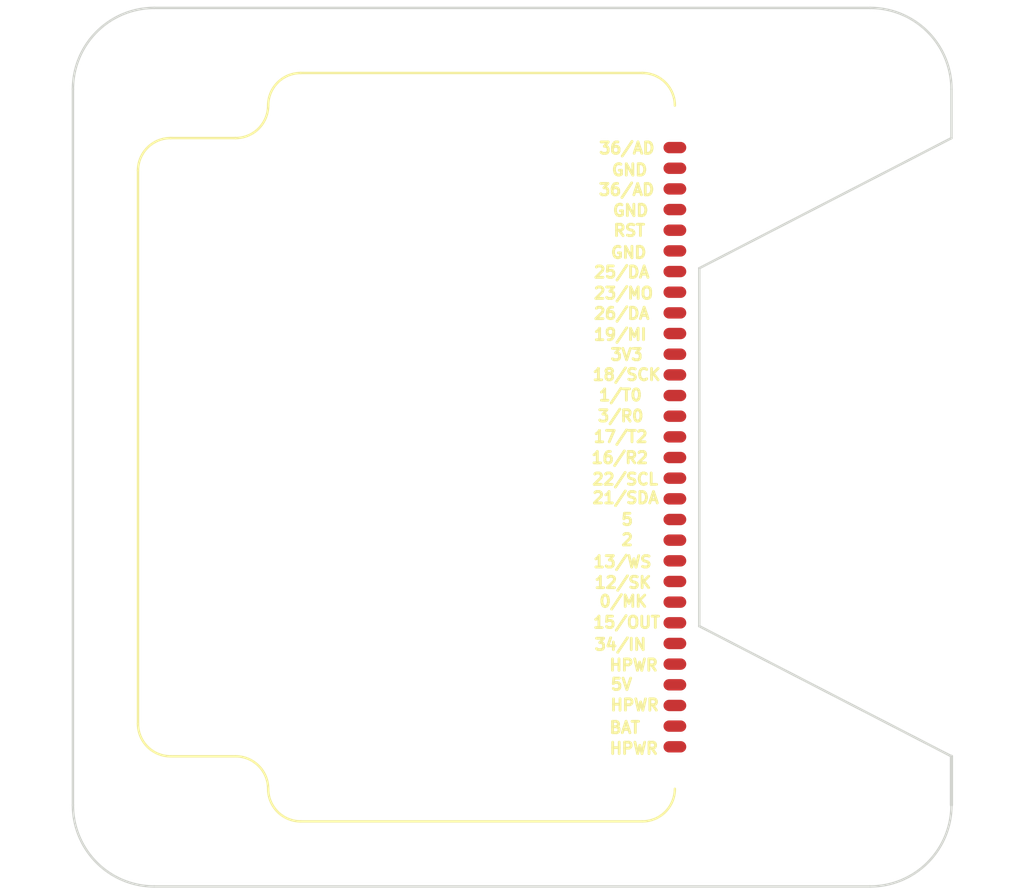
<source format=kicad_pcb>
(kicad_pcb (version 20171130) (host pcbnew 5.1.4-e60b266~84~ubuntu18.04.1)

  (general
    (thickness 1.6)
    (drawings 52)
    (tracks 0)
    (zones 0)
    (modules 13)
    (nets 27)
  )

  (page A4)
  (layers
    (0 F.Cu signal)
    (31 B.Cu signal)
    (32 B.Adhes user)
    (33 F.Adhes user)
    (34 B.Paste user)
    (35 F.Paste user)
    (36 B.SilkS user)
    (37 F.SilkS user)
    (38 B.Mask user)
    (39 F.Mask user)
    (40 Dwgs.User user)
    (41 Cmts.User user)
    (42 Eco1.User user)
    (43 Eco2.User user)
    (44 Edge.Cuts user)
    (45 Margin user)
    (46 B.CrtYd user)
    (47 F.CrtYd user)
    (48 B.Fab user)
    (49 F.Fab user)
  )

  (setup
    (last_trace_width 0.25)
    (trace_clearance 0.2)
    (zone_clearance 0.508)
    (zone_45_only no)
    (trace_min 0.2)
    (via_size 0.8)
    (via_drill 0.4)
    (via_min_size 0.4)
    (via_min_drill 0.3)
    (uvia_size 0.3)
    (uvia_drill 0.1)
    (uvias_allowed no)
    (uvia_min_size 0.2)
    (uvia_min_drill 0.1)
    (edge_width 0.15)
    (segment_width 0.2)
    (pcb_text_width 0.3)
    (pcb_text_size 1.5 1.5)
    (mod_edge_width 0.15)
    (mod_text_size 1 1)
    (mod_text_width 0.15)
    (pad_size 3.15 1)
    (pad_drill 0)
    (pad_to_mask_clearance 0.2)
    (solder_mask_min_width 0.25)
    (aux_axis_origin 98.2472 62.5348)
    (grid_origin 98.3488 62.4332)
    (visible_elements FFFFFF7F)
    (pcbplotparams
      (layerselection 0x010fc_ffffffff)
      (usegerberextensions true)
      (usegerberattributes false)
      (usegerberadvancedattributes false)
      (creategerberjobfile false)
      (excludeedgelayer true)
      (linewidth 0.100000)
      (plotframeref false)
      (viasonmask false)
      (mode 1)
      (useauxorigin false)
      (hpglpennumber 1)
      (hpglpenspeed 20)
      (hpglpendiameter 15.000000)
      (psnegative false)
      (psa4output false)
      (plotreference true)
      (plotvalue true)
      (plotinvisibletext false)
      (padsonsilk false)
      (subtractmaskfromsilk false)
      (outputformat 1)
      (mirror false)
      (drillshape 0)
      (scaleselection 1)
      (outputdirectory "gerbers"))
  )

  (net 0 "")
  (net 1 GND)
  (net 2 +BATT)
  (net 3 +5V)
  (net 4 +3V3)
  (net 5 /35)
  (net 6 /36)
  (net 7 /RST)
  (net 8 /25)
  (net 9 /23)
  (net 10 /26)
  (net 11 /19)
  (net 12 /18)
  (net 13 /1)
  (net 14 /3)
  (net 15 /17)
  (net 16 /16)
  (net 17 /22)
  (net 18 /21)
  (net 19 /5)
  (net 20 /2)
  (net 21 /13)
  (net 22 /12)
  (net 23 /0)
  (net 24 /15)
  (net 25 /34)
  (net 26 /HPWR)

  (net_class Default "これは標準のネット クラスです。"
    (clearance 0.2)
    (trace_width 0.25)
    (via_dia 0.8)
    (via_drill 0.4)
    (uvia_dia 0.3)
    (uvia_drill 0.1)
    (add_net +3V3)
    (add_net +5V)
    (add_net +BATT)
    (add_net /0)
    (add_net /1)
    (add_net /12)
    (add_net /13)
    (add_net /15)
    (add_net /16)
    (add_net /17)
    (add_net /18)
    (add_net /19)
    (add_net /2)
    (add_net /21)
    (add_net /22)
    (add_net /23)
    (add_net /25)
    (add_net /26)
    (add_net /3)
    (add_net /34)
    (add_net /35)
    (add_net /36)
    (add_net /5)
    (add_net /HPWR)
    (add_net /RST)
    (add_net GND)
  )

  (module footprints:outer_corner (layer F.Cu) (tedit 5D40D49F) (tstamp 5D0F3291)
    (at 100 50 90)
    (fp_text reference corner3 (at -3.9243 -2.4765 90) (layer F.SilkS) hide
      (effects (font (size 1 1) (thickness 0.15)))
    )
    (fp_text value outer_corner (at -3.429 -1.4224 90) (layer F.Fab)
      (effects (font (size 1 1) (thickness 0.15)))
    )
    (fp_arc (start -3 3) (end 2 3) (angle -90) (layer Edge.Cuts) (width 0.15))
  )

  (module footprints:outer_corner (layer F.Cu) (tedit 5D40D49F) (tstamp 5D0F31A6)
    (at 150 100 270)
    (fp_text reference corner2 (at -3.9243 -2.4765 90) (layer F.SilkS) hide
      (effects (font (size 1 1) (thickness 0.15)))
    )
    (fp_text value outer_corner (at -3.429 -1.4224 90) (layer F.Fab)
      (effects (font (size 1 1) (thickness 0.15)))
    )
    (fp_arc (start -3 3) (end 2 3) (angle -90) (layer Edge.Cuts) (width 0.15))
  )

  (module footprints:outer_corner (layer F.Cu) (tedit 5D40D49F) (tstamp 5D0F3304)
    (at 100 100 180)
    (fp_text reference corner4 (at -3.9243 -2.4765) (layer F.SilkS) hide
      (effects (font (size 1 1) (thickness 0.15)))
    )
    (fp_text value outer_corner (at -3.429 -1.4224) (layer F.Fab)
      (effects (font (size 1 1) (thickness 0.15)))
    )
    (fp_arc (start -3 3) (end 2 3) (angle -90) (layer Edge.Cuts) (width 0.15))
  )

  (module footprints:outer_corner (layer F.Cu) (tedit 5D40D49F) (tstamp 5D0F2FD0)
    (at 150 50)
    (fp_text reference corner1 (at -0.4191 -2.6035) (layer F.SilkS) hide
      (effects (font (size 1 1) (thickness 0.15)))
    )
    (fp_text value outer_corner (at -0.0765 -1.6384) (layer F.Fab)
      (effects (font (size 1 1) (thickness 0.15)))
    )
    (fp_arc (start -3 3) (end 2 3) (angle -90) (layer Edge.Cuts) (width 0.15))
  )

  (module MountingHole:MountingHole_3.2mm_M3 (layer F.Cu) (tedit 5B27A8D5) (tstamp 5B32220F)
    (at 103 53)
    (descr "Mounting Hole 3.2mm, no annular, M3")
    (tags "mounting hole 3.2mm no annular m3")
    (attr virtual)
    (fp_text reference REF1 (at 0 -4.2) (layer F.SilkS) hide
      (effects (font (size 1 1) (thickness 0.15)))
    )
    (fp_text value MountingHole_3.2mm_M3 (at 0 4.2) (layer F.Fab)
      (effects (font (size 1 1) (thickness 0.15)))
    )
    (fp_circle (center 0 0) (end 3.45 0) (layer F.CrtYd) (width 0.05))
    (fp_circle (center 0 0) (end 3.2 0) (layer Cmts.User) (width 0.15))
    (fp_text user %R (at 0.3 0) (layer F.Fab)
      (effects (font (size 1 1) (thickness 0.15)))
    )
    (pad 1 np_thru_hole circle (at 0 0) (size 3.2 3.2) (drill 3.2) (layers *.Cu *.Mask))
  )

  (module MountingHole:MountingHole_3.2mm_M3 (layer F.Cu) (tedit 5BE52A9C) (tstamp 5B322B4A)
    (at 147 53)
    (descr "Mounting Hole 3.2mm, no annular, M3")
    (tags "mounting hole 3.2mm no annular m3")
    (attr virtual)
    (fp_text reference REF4 (at 0 -4.2) (layer F.SilkS) hide
      (effects (font (size 1 1) (thickness 0.15)))
    )
    (fp_text value MountingHole_3.2mm_M3 (at 0 4.2) (layer F.Fab)
      (effects (font (size 1 1) (thickness 0.15)))
    )
    (fp_circle (center 0 0) (end 3.45 0) (layer F.CrtYd) (width 0.05))
    (fp_circle (center 0 0) (end 3.2 0) (layer Cmts.User) (width 0.15))
    (fp_text user %R (at 0.3 0) (layer F.Fab)
      (effects (font (size 1 1) (thickness 0.15)))
    )
    (pad 1 np_thru_hole circle (at 0 0) (size 3.2 3.2) (drill 3.2) (layers *.Cu *.Mask))
  )

  (module MountingHole:MountingHole_3.2mm_M3 (layer F.Cu) (tedit 5B27A915) (tstamp 5B3224E4)
    (at 103 97)
    (descr "Mounting Hole 3.2mm, no annular, M3")
    (tags "mounting hole 3.2mm no annular m3")
    (attr virtual)
    (fp_text reference REF6 (at 0 -4.2) (layer F.SilkS) hide
      (effects (font (size 1 1) (thickness 0.15)))
    )
    (fp_text value MountingHole_3.2mm_M3 (at 0 4.2) (layer F.Fab)
      (effects (font (size 1 1) (thickness 0.15)))
    )
    (fp_circle (center 0 0) (end 3.45 0) (layer F.CrtYd) (width 0.05))
    (fp_circle (center 0 0) (end 3.2 0) (layer Cmts.User) (width 0.15))
    (fp_text user %R (at 0.3 0) (layer F.Fab)
      (effects (font (size 1 1) (thickness 0.15)))
    )
    (pad 1 np_thru_hole circle (at 0 0) (size 3.2 3.2) (drill 3.2) (layers *.Cu *.Mask))
  )

  (module MountingHole:MountingHole_3.2mm_M3 (layer F.Cu) (tedit 5B27A932) (tstamp 5B3225DF)
    (at 147 97)
    (descr "Mounting Hole 3.2mm, no annular, M3")
    (tags "mounting hole 3.2mm no annular m3")
    (attr virtual)
    (fp_text reference REF9 (at 0 -4.2) (layer F.SilkS) hide
      (effects (font (size 1 1) (thickness 0.15)))
    )
    (fp_text value MountingHole_3.2mm_M3 (at 0 4.2) (layer F.Fab)
      (effects (font (size 1 1) (thickness 0.15)))
    )
    (fp_text user %R (at 0.3 0) (layer F.Fab)
      (effects (font (size 1 1) (thickness 0.15)))
    )
    (fp_circle (center 0 0) (end 3.2 0) (layer Cmts.User) (width 0.15))
    (fp_circle (center 0 0) (end 3.45 0) (layer F.CrtYd) (width 0.05))
    (pad 1 np_thru_hole circle (at 0 0) (size 3.2 3.2) (drill 3.2) (layers *.Cu *.Mask))
  )

  (module MountingHole:MountingHole_2.2mm_M2 (layer F.Cu) (tedit 5B27A8E1) (tstamp 5B32290D)
    (at 107 53)
    (descr "Mounting Hole 2.2mm, no annular, M2")
    (tags "mounting hole 2.2mm no annular m2")
    (attr virtual)
    (fp_text reference REF2 (at 0 -3.2) (layer F.SilkS) hide
      (effects (font (size 1 1) (thickness 0.15)))
    )
    (fp_text value MountingHole_2.2mm_M2 (at 0 3.2) (layer F.Fab)
      (effects (font (size 1 1) (thickness 0.15)))
    )
    (fp_circle (center 0 0) (end 2.45 0) (layer F.CrtYd) (width 0.05))
    (fp_circle (center 0 0) (end 2.2 0) (layer Cmts.User) (width 0.15))
    (fp_text user %R (at 0.3 0) (layer F.Fab)
      (effects (font (size 1 1) (thickness 0.15)))
    )
    (pad 1 np_thru_hole circle (at 0 0) (size 2.2 2.2) (drill 2.2) (layers *.Cu *.Mask))
  )

  (module MountingHole:MountingHole_2.2mm_M2 (layer F.Cu) (tedit 5B27A8EC) (tstamp 5B3F0566)
    (at 143 53)
    (descr "Mounting Hole 2.2mm, no annular, M2")
    (tags "mounting hole 2.2mm no annular m2")
    (attr virtual)
    (fp_text reference REF3 (at 0 -3.2) (layer F.SilkS) hide
      (effects (font (size 1 1) (thickness 0.15)))
    )
    (fp_text value MountingHole_2.2mm_M2 (at 0 3.2) (layer F.Fab)
      (effects (font (size 1 1) (thickness 0.15)))
    )
    (fp_circle (center 0 0) (end 2.45 0) (layer F.CrtYd) (width 0.05))
    (fp_circle (center 0 0) (end 2.2 0) (layer Cmts.User) (width 0.15))
    (fp_text user %R (at 0.3 0) (layer F.Fab)
      (effects (font (size 1 1) (thickness 0.15)))
    )
    (pad 1 np_thru_hole circle (at 0 0) (size 2.2 2.2) (drill 2.2) (layers *.Cu *.Mask))
  )

  (module MountingHole:MountingHole_2.2mm_M2 (layer F.Cu) (tedit 5B27A91F) (tstamp 5B3F0575)
    (at 107 97)
    (descr "Mounting Hole 2.2mm, no annular, M2")
    (tags "mounting hole 2.2mm no annular m2")
    (attr virtual)
    (fp_text reference REF7 (at 0 -3.2) (layer F.SilkS) hide
      (effects (font (size 1 1) (thickness 0.15)))
    )
    (fp_text value MountingHole_2.2mm_M2 (at 0 3.2) (layer F.Fab)
      (effects (font (size 1 1) (thickness 0.15)))
    )
    (fp_circle (center 0 0) (end 2.45 0) (layer F.CrtYd) (width 0.05))
    (fp_circle (center 0 0) (end 2.2 0) (layer Cmts.User) (width 0.15))
    (fp_text user %R (at 0.3 0) (layer F.Fab)
      (effects (font (size 1 1) (thickness 0.15)))
    )
    (pad 1 np_thru_hole circle (at 0 0) (size 2.2 2.2) (drill 2.2) (layers *.Cu *.Mask))
  )

  (module MountingHole:MountingHole_2.2mm_M2 (layer F.Cu) (tedit 5B27A928) (tstamp 5B3F0585)
    (at 143 97)
    (descr "Mounting Hole 2.2mm, no annular, M2")
    (tags "mounting hole 2.2mm no annular m2")
    (attr virtual)
    (fp_text reference REF8 (at 0 -3.2) (layer F.SilkS) hide
      (effects (font (size 1 1) (thickness 0.15)))
    )
    (fp_text value MountingHole_2.2mm_M2 (at 0 3.2) (layer F.Fab)
      (effects (font (size 1 1) (thickness 0.15)))
    )
    (fp_circle (center 0 0) (end 2.45 0) (layer F.CrtYd) (width 0.05))
    (fp_circle (center 0 0) (end 2.2 0) (layer Cmts.User) (width 0.15))
    (fp_text user %R (at 0.3 0) (layer F.Fab)
      (effects (font (size 1 1) (thickness 0.15)))
    )
    (pad 1 np_thru_hole circle (at 0 0) (size 2.2 2.2) (drill 2.2) (layers *.Cu *.Mask))
  )

  (module footprints:Pads_1x30_P1.27mm_Vertical (layer F.Cu) (tedit 5D10D102) (tstamp 5D112CD6)
    (at 135 56.585)
    (descr "Through hole straight pin header, 1x30, 1.27mm pitch, single row")
    (tags "Through hole pin header THT 1x30 1.27mm single row")
    (path /5CD7CD4A)
    (fp_text reference J1 (at 0 -1.695) (layer F.SilkS) hide
      (effects (font (size 1 1) (thickness 0.15)))
    )
    (fp_text value free_holes (at 0 38.525) (layer F.Fab)
      (effects (font (size 1 1) (thickness 0.15)))
    )
    (fp_line (start -0.525 -0.635) (end 1.05 -0.635) (layer F.Fab) (width 0.1))
    (fp_line (start 1.05 -0.635) (end 1.05 37.465) (layer F.Fab) (width 0.1))
    (fp_line (start 1.05 37.465) (end -1.05 37.465) (layer F.Fab) (width 0.1))
    (fp_line (start -1.05 37.465) (end -1.05 -0.11) (layer F.Fab) (width 0.1))
    (fp_line (start -1.05 -0.11) (end -0.525 -0.635) (layer F.Fab) (width 0.1))
    (fp_line (start -1.55 -1.15) (end -1.55 38) (layer F.CrtYd) (width 0.05))
    (fp_line (start -1.55 38) (end 1.55 38) (layer F.CrtYd) (width 0.05))
    (fp_line (start 1.55 38) (end 1.55 -1.15) (layer F.CrtYd) (width 0.05))
    (fp_line (start 1.55 -1.15) (end -1.55 -1.15) (layer F.CrtYd) (width 0.05))
    (fp_text user %R (at 0 18.415 90) (layer F.Fab)
      (effects (font (size 1 1) (thickness 0.15)))
    )
    (pad 1 connect oval (at 0 0) (size 1.4 0.7) (layers F.Cu F.Mask)
      (net 5 /35))
    (pad 2 connect oval (at 0 1.27) (size 1.4 0.7) (layers F.Cu F.Mask)
      (net 1 GND))
    (pad 3 connect oval (at 0 2.54) (size 1.4 0.7) (layers F.Cu F.Mask)
      (net 6 /36))
    (pad 4 connect oval (at 0 3.81) (size 1.4 0.7) (layers F.Cu F.Mask)
      (net 1 GND))
    (pad 5 connect oval (at 0 5.08) (size 1.4 0.7) (layers F.Cu F.Mask)
      (net 7 /RST))
    (pad 6 connect oval (at 0 6.35) (size 1.4 0.7) (layers F.Cu F.Mask)
      (net 1 GND))
    (pad 7 connect oval (at 0 7.62) (size 1.4 0.7) (layers F.Cu F.Mask)
      (net 8 /25))
    (pad 8 connect oval (at 0 8.89) (size 1.4 0.7) (layers F.Cu F.Mask)
      (net 9 /23))
    (pad 9 connect oval (at 0 10.16) (size 1.4 0.7) (layers F.Cu F.Mask)
      (net 10 /26))
    (pad 10 connect oval (at 0 11.43) (size 1.4 0.7) (layers F.Cu F.Mask)
      (net 11 /19))
    (pad 11 connect oval (at 0 12.7) (size 1.4 0.7) (layers F.Cu F.Mask)
      (net 4 +3V3))
    (pad 12 connect oval (at 0 13.97) (size 1.4 0.7) (layers F.Cu F.Mask)
      (net 12 /18))
    (pad 13 connect oval (at 0 15.24) (size 1.4 0.7) (layers F.Cu F.Mask)
      (net 13 /1))
    (pad 14 connect oval (at 0 16.51) (size 1.4 0.7) (layers F.Cu F.Mask)
      (net 14 /3))
    (pad 15 connect oval (at 0 17.78) (size 1.4 0.7) (layers F.Cu F.Mask)
      (net 15 /17))
    (pad 16 connect oval (at 0 19.05) (size 1.4 0.7) (layers F.Cu F.Mask)
      (net 16 /16))
    (pad 17 connect oval (at 0 20.32) (size 1.4 0.7) (layers F.Cu F.Mask)
      (net 17 /22))
    (pad 18 connect oval (at 0 21.59) (size 1.4 0.7) (layers F.Cu F.Mask)
      (net 18 /21))
    (pad 19 connect oval (at 0 22.86) (size 1.4 0.7) (layers F.Cu F.Mask)
      (net 19 /5))
    (pad 20 connect oval (at 0 24.13) (size 1.4 0.7) (layers F.Cu F.Mask)
      (net 20 /2))
    (pad 21 connect oval (at 0 25.4) (size 1.4 0.7) (layers F.Cu F.Mask)
      (net 21 /13))
    (pad 22 connect oval (at 0 26.67) (size 1.4 0.7) (layers F.Cu F.Mask)
      (net 22 /12))
    (pad 23 connect oval (at 0 27.94) (size 1.4 0.7) (layers F.Cu F.Mask)
      (net 23 /0))
    (pad 24 connect oval (at 0 29.21) (size 1.4 0.7) (layers F.Cu F.Mask)
      (net 24 /15))
    (pad 25 connect oval (at 0 30.48) (size 1.4 0.7) (layers F.Cu F.Mask)
      (net 25 /34))
    (pad 26 connect oval (at 0 31.75) (size 1.4 0.7) (layers F.Cu F.Mask)
      (net 26 /HPWR))
    (pad 27 connect oval (at 0 33.02) (size 1.4 0.7) (layers F.Cu F.Mask)
      (net 3 +5V))
    (pad 28 connect oval (at 0 34.29) (size 1.4 0.7) (layers F.Cu F.Mask)
      (net 26 /HPWR))
    (pad 29 connect oval (at 0 35.56) (size 1.4 0.7) (layers F.Cu F.Mask)
      (net 2 +BATT))
    (pad 30 connect oval (at 0 36.83) (size 1.4 0.7) (layers F.Cu F.Mask)
      (net 26 /HPWR))
    (model ${KISYS3DMOD}/Connector_PinHeader_1.27mm.3dshapes/PinHeader_1x30_P1.27mm_Vertical.wrl
      (at (xyz 0 0 0))
      (scale (xyz 1 1 1))
      (rotate (xyz 0 0 0))
    )
  )

  (gr_text "Please put components on back side." (at 124.1388 50.4732) (layer Eco1.User)
    (effects (font (size 1 1) (thickness 0.15)))
  )
  (gr_line (start 152 53) (end 152 56) (layer Edge.Cuts) (width 0.15))
  (gr_line (start 136.5 86) (end 152 94) (layer Edge.Cuts) (width 0.15))
  (gr_line (start 136.5 64) (end 136.5 86) (layer Edge.Cuts) (width 0.15))
  (gr_line (start 152 56) (end 136.5 64) (layer Edge.Cuts) (width 0.15))
  (gr_text 21/SDA (at 131.9693 78.1131) (layer F.SilkS) (tstamp 5D0F4D33)
    (effects (font (size 0.7 0.7) (thickness 0.175)))
  )
  (gr_text HPWR (at 132.4773 93.5182) (layer F.SilkS) (tstamp 5D0FBAC3)
    (effects (font (size 0.7 0.7) (thickness 0.175)))
  )
  (gr_text HPWR (at 132.5281 90.8512) (layer F.SilkS) (tstamp 5D0FB26C)
    (effects (font (size 0.7 0.7) (thickness 0.175)))
  )
  (gr_text HPWR (at 132.4646 88.4001) (layer F.SilkS) (tstamp 5D0FB269)
    (effects (font (size 0.7 0.7) (thickness 0.175)))
  )
  (gr_text 2 (at 132.0675 80.692) (layer F.SilkS) (tstamp 5D0FB265)
    (effects (font (size 0.7 0.7) (thickness 0.175)))
  )
  (gr_text 5 (at 132.0675 79.4474) (layer F.SilkS) (tstamp 5D0FB236)
    (effects (font (size 0.7 0.7) (thickness 0.175)))
  )
  (gr_text BAT (at 131.9185 92.2355) (layer F.SilkS) (tstamp 5D0FB204)
    (effects (font (size 0.7 0.7) (thickness 0.175)))
  )
  (gr_text 5V (at 131.7153 89.5812) (layer F.SilkS) (tstamp 5D0FB200)
    (effects (font (size 0.7 0.7) (thickness 0.175)))
  )
  (gr_text RST (at 132.1988 61.6832) (layer F.SilkS) (tstamp 5D0FB1FC)
    (effects (font (size 0.7 0.7) (thickness 0.175)))
  )
  (gr_text GND (at 132.1598 63.0382) (layer F.SilkS) (tstamp 5D0FB1F5)
    (effects (font (size 0.7 0.7) (thickness 0.175)))
  )
  (gr_text GND (at 132.2788 60.4532) (layer F.SilkS) (tstamp 5D0FB1F5)
    (effects (font (size 0.7 0.7) (thickness 0.175)))
  )
  (gr_text GND (at 132.2152 57.962) (layer F.SilkS) (tstamp 5D0FB1F2)
    (effects (font (size 0.7 0.7) (thickness 0.175)))
  )
  (gr_line (start 103 48) (end 147 48) (layer Edge.Cuts) (width 0.15))
  (gr_arc (start 112 96) (end 110 96) (angle -90) (layer F.SilkS) (width 0.15) (tstamp 5D0F5050))
  (gr_arc (start 104 92) (end 102 92) (angle -90) (layer F.SilkS) (width 0.15) (tstamp 5D0F5050))
  (gr_arc (start 104 58) (end 104 56) (angle -90) (layer F.SilkS) (width 0.15) (tstamp 5D0F5019))
  (gr_arc (start 112 54) (end 112 52) (angle -90) (layer F.SilkS) (width 0.15) (tstamp 5D0F5019))
  (gr_arc (start 108 54) (end 108 56) (angle -90) (layer F.SilkS) (width 0.15) (tstamp 5D0F5019))
  (gr_arc (start 108 96) (end 110 96) (angle -90) (layer F.SilkS) (width 0.15) (tstamp 5D0F5012))
  (gr_arc (start 133 96) (end 133 98) (angle -90) (layer F.SilkS) (width 0.15))
  (gr_arc (start 133 54) (end 135 54) (angle -90) (layer F.SilkS) (width 0.15))
  (gr_text 3V3 (at 132.0328 69.312) (layer F.SilkS) (tstamp 5D0F4EBB)
    (effects (font (size 0.7 0.7) (thickness 0.175)))
  )
  (gr_text 18/SCK (at 132.0328 70.5439) (layer F.SilkS) (tstamp 5D0F4EBB)
    (effects (font (size 0.7 0.7) (thickness 0.175)))
  )
  (gr_text 19/MI (at 131.6391 68.0801) (layer F.SilkS) (tstamp 5D0F4EBB)
    (effects (font (size 0.7 0.7) (thickness 0.175)))
  )
  (gr_text 23/MO (at 131.8423 65.5401) (layer F.SilkS) (tstamp 5D0F4EBB)
    (effects (font (size 0.7 0.7) (thickness 0.175)))
  )
  (gr_text 15/OUT (at 132.0328 85.7712) (layer F.SilkS) (tstamp 5D0F4EBB)
    (effects (font (size 0.7 0.7) (thickness 0.175)))
  )
  (gr_text 12/SK (at 131.8042 83.3201) (layer F.SilkS) (tstamp 5D0F4E1B)
    (effects (font (size 0.7 0.7) (thickness 0.175)))
  )
  (gr_text 3/R0 (at 131.6645 73.0839) (layer F.SilkS) (tstamp 5D0F4C0D)
    (effects (font (size 0.7 0.7) (thickness 0.175)))
  )
  (gr_text 16/R2 (at 131.6137 75.6493) (layer F.SilkS) (tstamp 5D0F4C0D)
    (effects (font (size 0.7 0.7) (thickness 0.175)))
  )
  (gr_line (start 112 98) (end 133 98) (layer F.SilkS) (width 0.15))
  (gr_line (start 104 94) (end 108 94) (layer F.SilkS) (width 0.15))
  (gr_line (start 102 58) (end 102 92) (layer F.SilkS) (width 0.15))
  (gr_line (start 108 56) (end 104 56) (layer F.SilkS) (width 0.15))
  (gr_line (start 133 52) (end 112 52) (layer F.SilkS) (width 0.15))
  (gr_line (start 152 94) (end 152 97) (layer Edge.Cuts) (width 0.2))
  (gr_text 34/IN (at 131.6518 87.1301) (layer F.SilkS) (tstamp 5C40AD92)
    (effects (font (size 0.7 0.7) (thickness 0.175)))
  )
  (gr_text 0/MK (at 131.8296 84.4758) (layer F.SilkS) (tstamp 5C40AD92)
    (effects (font (size 0.7 0.7) (thickness 0.175)))
  )
  (gr_text 13/WS (at 131.7788 82.0501) (layer F.SilkS) (tstamp 5C40ACA6)
    (effects (font (size 0.7 0.7) (thickness 0.175)))
  )
  (gr_text 1/T0 (at 131.6518 71.8012) (layer F.SilkS) (tstamp 5B34B796)
    (effects (font (size 0.7 0.7) (thickness 0.175)))
  )
  (gr_text 17/T2 (at 131.6645 74.3539) (layer F.SilkS) (tstamp 5B34B794)
    (effects (font (size 0.7 0.7) (thickness 0.175)))
  )
  (gr_text 25/DA (at 131.728 64.2447) (layer F.SilkS) (tstamp 5B34B797)
    (effects (font (size 0.7 0.7) (thickness 0.175)))
  )
  (gr_text 26/DA (at 131.728 66.7847) (layer F.SilkS) (tstamp 5B34B796)
    (effects (font (size 0.7 0.7) (thickness 0.175)))
  )
  (gr_text 36/AD (at 132.0488 56.6232) (layer F.SilkS) (tstamp 5B34B795)
    (effects (font (size 0.7 0.7) (thickness 0.175)))
  )
  (gr_text 36/AD (at 132.0288 59.1732) (layer F.SilkS) (tstamp 5B34B794)
    (effects (font (size 0.7 0.7) (thickness 0.175)))
  )
  (gr_text 22/SCL (at 131.9439 76.9701) (layer F.SilkS) (tstamp 5B27AEB7)
    (effects (font (size 0.7 0.7) (thickness 0.175)))
  )
  (gr_line (start 98 97) (end 98 53) (layer Edge.Cuts) (width 0.15))
  (gr_line (start 147 102) (end 103 102) (layer Edge.Cuts) (width 0.15))

  (zone (net 1) (net_name GND) (layer B.Cu) (tstamp 5D310A56) (hatch edge 0.508)
    (connect_pads (clearance 0.508))
    (min_thickness 0.254)
    (fill (arc_segments 16) (thermal_gap 0.508) (thermal_bridge_width 0.508))
    (polygon
      (pts
        (xy 151.78959 102.407179) (xy 152.30801 48.159221) (xy 98.011501 47.75719) (xy 97.356622 102.005195)
      )
    )
  )
  (zone (net 1) (net_name GND) (layer F.Cu) (tstamp 5D310A53) (hatch edge 0.508)
    (connect_pads (clearance 0.508))
    (min_thickness 0.254)
    (fill (arc_segments 16) (thermal_gap 0.508) (thermal_bridge_width 0.508))
    (polygon
      (pts
        (xy 97.8488 47.9132) (xy 97.6288 101.7932) (xy 152.1188 102.4032) (xy 152.1488 47.8732)
      )
    )
  )
)

</source>
